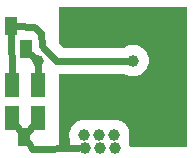
<source format=gbl>
G04 MADE WITH FRITZING*
G04 WWW.FRITZING.ORG*
G04 DOUBLE SIDED*
G04 HOLES PLATED*
G04 CONTOUR ON CENTER OF CONTOUR VECTOR*
%ASAXBY*%
%FSLAX23Y23*%
%MOIN*%
%OFA0B0*%
%SFA1.0B1.0*%
%ADD10C,0.075000*%
%ADD11C,0.039370*%
%ADD12R,0.047244X0.078740*%
%ADD13R,0.039370X0.059055*%
%ADD14C,0.024000*%
%LNCOPPER0*%
G90*
G70*
G54D10*
X279Y437D03*
G54D11*
X386Y80D03*
X336Y80D03*
X286Y80D03*
X388Y35D03*
X338Y35D03*
X288Y35D03*
X130Y327D03*
X448Y327D03*
G54D12*
X130Y246D03*
X130Y136D03*
X44Y136D03*
X44Y246D03*
G54D13*
X92Y365D03*
X43Y443D03*
X86Y73D03*
G54D14*
X130Y308D02*
X130Y280D01*
D02*
X144Y376D02*
X141Y419D01*
D02*
X191Y327D02*
X144Y376D01*
D02*
X117Y440D02*
X57Y442D01*
D02*
X141Y419D02*
X117Y440D01*
D02*
X429Y327D02*
X191Y327D01*
D02*
X113Y32D02*
X101Y52D01*
D02*
X265Y35D02*
X113Y32D01*
D02*
X112Y110D02*
X101Y94D01*
D02*
X117Y340D02*
X106Y351D01*
D02*
X72Y94D02*
X62Y109D01*
D02*
X43Y419D02*
X44Y280D01*
G36*
X202Y507D02*
X202Y383D01*
X204Y383D01*
X204Y381D01*
X206Y381D01*
X206Y379D01*
X464Y379D01*
X464Y377D01*
X468Y377D01*
X468Y375D01*
X472Y375D01*
X472Y373D01*
X476Y373D01*
X476Y371D01*
X478Y371D01*
X478Y369D01*
X482Y369D01*
X482Y367D01*
X484Y367D01*
X484Y365D01*
X486Y365D01*
X486Y363D01*
X488Y363D01*
X488Y361D01*
X490Y361D01*
X490Y357D01*
X492Y357D01*
X492Y355D01*
X494Y355D01*
X494Y351D01*
X496Y351D01*
X496Y347D01*
X498Y347D01*
X498Y341D01*
X500Y341D01*
X500Y315D01*
X498Y315D01*
X498Y309D01*
X496Y309D01*
X496Y305D01*
X494Y305D01*
X494Y301D01*
X492Y301D01*
X492Y297D01*
X490Y297D01*
X490Y295D01*
X488Y295D01*
X488Y293D01*
X486Y293D01*
X486Y291D01*
X484Y291D01*
X484Y289D01*
X482Y289D01*
X482Y287D01*
X480Y287D01*
X480Y285D01*
X478Y285D01*
X478Y283D01*
X474Y283D01*
X474Y281D01*
X470Y281D01*
X470Y279D01*
X466Y279D01*
X466Y277D01*
X458Y277D01*
X458Y275D01*
X628Y275D01*
X628Y507D01*
X202Y507D01*
G37*
D02*
G36*
X208Y379D02*
X208Y377D01*
X210Y377D01*
X210Y375D01*
X212Y375D01*
X212Y373D01*
X214Y373D01*
X214Y371D01*
X420Y371D01*
X420Y373D01*
X424Y373D01*
X424Y375D01*
X428Y375D01*
X428Y377D01*
X432Y377D01*
X432Y379D01*
X208Y379D01*
G37*
D02*
G36*
X202Y283D02*
X202Y275D01*
X438Y275D01*
X438Y277D01*
X430Y277D01*
X430Y279D01*
X426Y279D01*
X426Y281D01*
X422Y281D01*
X422Y283D01*
X202Y283D01*
G37*
D02*
G36*
X202Y275D02*
X202Y273D01*
X628Y273D01*
X628Y275D01*
X202Y275D01*
G37*
D02*
G36*
X202Y275D02*
X202Y273D01*
X628Y273D01*
X628Y275D01*
X202Y275D01*
G37*
D02*
G36*
X202Y273D02*
X202Y129D01*
X402Y129D01*
X402Y127D01*
X408Y127D01*
X408Y125D01*
X412Y125D01*
X412Y123D01*
X414Y123D01*
X414Y121D01*
X418Y121D01*
X418Y119D01*
X420Y119D01*
X420Y117D01*
X422Y117D01*
X422Y115D01*
X424Y115D01*
X424Y113D01*
X426Y113D01*
X426Y109D01*
X428Y109D01*
X428Y107D01*
X430Y107D01*
X430Y105D01*
X432Y105D01*
X432Y101D01*
X434Y101D01*
X434Y95D01*
X436Y95D01*
X436Y43D01*
X438Y43D01*
X438Y41D01*
X628Y41D01*
X628Y273D01*
X202Y273D01*
G37*
D02*
G36*
X202Y129D02*
X202Y41D01*
X238Y41D01*
X238Y69D01*
X236Y69D01*
X236Y91D01*
X238Y91D01*
X238Y97D01*
X240Y97D01*
X240Y103D01*
X242Y103D01*
X242Y105D01*
X244Y105D01*
X244Y109D01*
X246Y109D01*
X246Y111D01*
X248Y111D01*
X248Y113D01*
X250Y113D01*
X250Y115D01*
X252Y115D01*
X252Y117D01*
X254Y117D01*
X254Y119D01*
X256Y119D01*
X256Y121D01*
X258Y121D01*
X258Y123D01*
X262Y123D01*
X262Y125D01*
X266Y125D01*
X266Y127D01*
X270Y127D01*
X270Y129D01*
X202Y129D01*
G37*
D02*
G04 End of Copper0*
M02*
</source>
